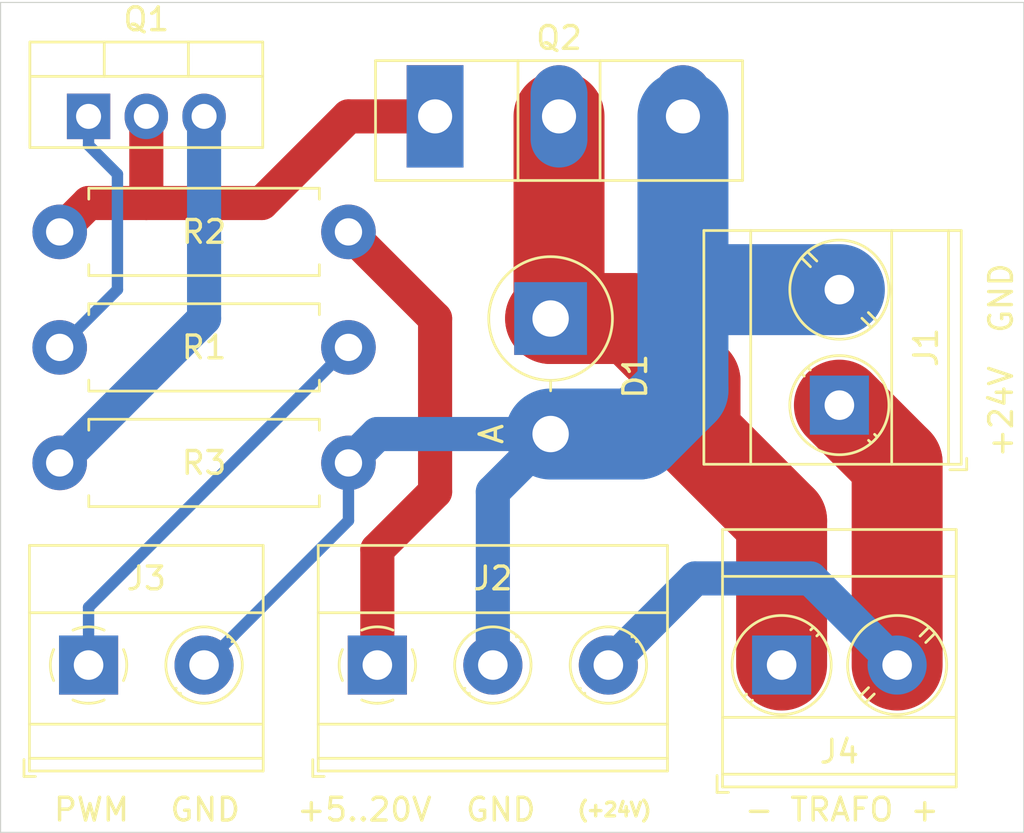
<source format=kicad_pcb>
(kicad_pcb (version 20171130) (host pcbnew "(5.1.2)-1")

  (general
    (thickness 1.6)
    (drawings 12)
    (tracks 43)
    (zones 0)
    (modules 10)
    (nets 9)
  )

  (page A4)
  (layers
    (0 F.Cu signal)
    (31 B.Cu signal)
    (32 B.Adhes user)
    (33 F.Adhes user)
    (34 B.Paste user)
    (35 F.Paste user)
    (36 B.SilkS user)
    (37 F.SilkS user)
    (38 B.Mask user)
    (39 F.Mask user)
    (40 Dwgs.User user)
    (41 Cmts.User user)
    (42 Eco1.User user)
    (43 Eco2.User user)
    (44 Edge.Cuts user)
    (45 Margin user)
    (46 B.CrtYd user)
    (47 F.CrtYd user)
    (48 B.Fab user)
    (49 F.Fab user)
  )

  (setup
    (last_trace_width 0.25)
    (trace_clearance 0.2)
    (zone_clearance 0.508)
    (zone_45_only no)
    (trace_min 0.25)
    (via_size 0.8)
    (via_drill 0.4)
    (via_min_size 0.4)
    (via_min_drill 0.3)
    (uvia_size 0.3)
    (uvia_drill 0.1)
    (uvias_allowed no)
    (uvia_min_size 0.2)
    (uvia_min_drill 0.1)
    (edge_width 0.05)
    (segment_width 0.2)
    (pcb_text_width 0.3)
    (pcb_text_size 1.5 1.5)
    (mod_edge_width 0.12)
    (mod_text_size 1 1)
    (mod_text_width 0.15)
    (pad_size 3.2 3.2)
    (pad_drill 1.6)
    (pad_to_mask_clearance 0.051)
    (solder_mask_min_width 0.25)
    (aux_axis_origin 0 0)
    (visible_elements 7FFFFFFF)
    (pcbplotparams
      (layerselection 0x010fc_ffffffff)
      (usegerberextensions false)
      (usegerberattributes false)
      (usegerberadvancedattributes false)
      (creategerberjobfile false)
      (excludeedgelayer true)
      (linewidth 0.100000)
      (plotframeref false)
      (viasonmask false)
      (mode 1)
      (useauxorigin false)
      (hpglpennumber 1)
      (hpglpenspeed 20)
      (hpglpendiameter 15.000000)
      (psnegative false)
      (psa4output false)
      (plotreference true)
      (plotvalue true)
      (plotinvisibletext false)
      (padsonsilk false)
      (subtractmaskfromsilk false)
      (outputformat 1)
      (mirror false)
      (drillshape 1)
      (scaleselection 1)
      (outputdirectory ""))
  )

  (net 0 "")
  (net 1 "Net-(D1-Pad1)")
  (net 2 GND)
  (net 3 +24V)
  (net 4 +12V)
  (net 5 "Net-(J3-Pad1)")
  (net 6 "Net-(Q1-Pad1)")
  (net 7 "Net-(Q1-Pad2)")
  (net 8 "Net-(Q1-Pad3)")

  (net_class Default "Dies ist die voreingestellte Netzklasse."
    (clearance 0.2)
    (trace_width 0.25)
    (via_dia 0.8)
    (via_drill 0.4)
    (uvia_dia 0.3)
    (uvia_drill 0.1)
    (add_net +12V)
    (add_net +24V)
    (add_net GND)
    (add_net "Net-(D1-Pad1)")
    (add_net "Net-(J3-Pad1)")
    (add_net "Net-(Q1-Pad1)")
    (add_net "Net-(Q1-Pad2)")
    (add_net "Net-(Q1-Pad3)")
  )

  (module Resistor_THT:R_Axial_DIN0411_L9.9mm_D3.6mm_P12.70mm_Horizontal (layer F.Cu) (tedit 5AE5139B) (tstamp 5E43FF75)
    (at 101.6 95.25)
    (descr "Resistor, Axial_DIN0411 series, Axial, Horizontal, pin pitch=12.7mm, 1W, length*diameter=9.9*3.6mm^2")
    (tags "Resistor Axial_DIN0411 series Axial Horizontal pin pitch 12.7mm 1W length 9.9mm diameter 3.6mm")
    (path /5E47E572)
    (fp_text reference R3 (at 6.35 0) (layer F.SilkS)
      (effects (font (size 1 1) (thickness 0.15)))
    )
    (fp_text value 4R7 (at 6.35 1.27) (layer F.Fab)
      (effects (font (size 1 1) (thickness 0.15)))
    )
    (fp_text user %R (at 6.35 0) (layer F.Fab)
      (effects (font (size 1 1) (thickness 0.15)))
    )
    (fp_line (start 14.15 -2.05) (end -1.45 -2.05) (layer F.CrtYd) (width 0.05))
    (fp_line (start 14.15 2.05) (end 14.15 -2.05) (layer F.CrtYd) (width 0.05))
    (fp_line (start -1.45 2.05) (end 14.15 2.05) (layer F.CrtYd) (width 0.05))
    (fp_line (start -1.45 -2.05) (end -1.45 2.05) (layer F.CrtYd) (width 0.05))
    (fp_line (start 11.42 1.92) (end 11.42 1.44) (layer F.SilkS) (width 0.12))
    (fp_line (start 1.28 1.92) (end 11.42 1.92) (layer F.SilkS) (width 0.12))
    (fp_line (start 1.28 1.44) (end 1.28 1.92) (layer F.SilkS) (width 0.12))
    (fp_line (start 11.42 -1.92) (end 11.42 -1.44) (layer F.SilkS) (width 0.12))
    (fp_line (start 1.28 -1.92) (end 11.42 -1.92) (layer F.SilkS) (width 0.12))
    (fp_line (start 1.28 -1.44) (end 1.28 -1.92) (layer F.SilkS) (width 0.12))
    (fp_line (start 12.7 0) (end 11.3 0) (layer F.Fab) (width 0.1))
    (fp_line (start 0 0) (end 1.4 0) (layer F.Fab) (width 0.1))
    (fp_line (start 11.3 -1.8) (end 1.4 -1.8) (layer F.Fab) (width 0.1))
    (fp_line (start 11.3 1.8) (end 11.3 -1.8) (layer F.Fab) (width 0.1))
    (fp_line (start 1.4 1.8) (end 11.3 1.8) (layer F.Fab) (width 0.1))
    (fp_line (start 1.4 -1.8) (end 1.4 1.8) (layer F.Fab) (width 0.1))
    (pad 2 thru_hole oval (at 12.7 0) (size 2.4 2.4) (drill 1.2) (layers *.Cu *.Mask)
      (net 2 GND))
    (pad 1 thru_hole circle (at 0 0) (size 2.4 2.4) (drill 1.2) (layers *.Cu *.Mask)
      (net 8 "Net-(Q1-Pad3)"))
    (model ${KISYS3DMOD}/Resistor_THT.3dshapes/R_Axial_DIN0411_L9.9mm_D3.6mm_P12.70mm_Horizontal.wrl
      (at (xyz 0 0 0))
      (scale (xyz 1 1 1))
      (rotate (xyz 0 0 0))
    )
  )

  (module Resistor_THT:R_Axial_DIN0411_L9.9mm_D3.6mm_P12.70mm_Horizontal (layer F.Cu) (tedit 5AE5139B) (tstamp 5E43B4CF)
    (at 101.6 90.17)
    (descr "Resistor, Axial_DIN0411 series, Axial, Horizontal, pin pitch=12.7mm, 1W, length*diameter=9.9*3.6mm^2")
    (tags "Resistor Axial_DIN0411 series Axial Horizontal pin pitch 12.7mm 1W length 9.9mm diameter 3.6mm")
    (path /5E42AE96)
    (fp_text reference R1 (at 6.35 0) (layer F.SilkS)
      (effects (font (size 1 1) (thickness 0.15)))
    )
    (fp_text value 330R (at 6.35 1.27) (layer F.Fab)
      (effects (font (size 1 1) (thickness 0.15)))
    )
    (fp_text user %R (at 6.35 0) (layer F.Fab)
      (effects (font (size 1 1) (thickness 0.15)))
    )
    (fp_line (start 14.15 -2.05) (end -1.45 -2.05) (layer F.CrtYd) (width 0.05))
    (fp_line (start 14.15 2.05) (end 14.15 -2.05) (layer F.CrtYd) (width 0.05))
    (fp_line (start -1.45 2.05) (end 14.15 2.05) (layer F.CrtYd) (width 0.05))
    (fp_line (start -1.45 -2.05) (end -1.45 2.05) (layer F.CrtYd) (width 0.05))
    (fp_line (start 11.42 1.92) (end 11.42 1.44) (layer F.SilkS) (width 0.12))
    (fp_line (start 1.28 1.92) (end 11.42 1.92) (layer F.SilkS) (width 0.12))
    (fp_line (start 1.28 1.44) (end 1.28 1.92) (layer F.SilkS) (width 0.12))
    (fp_line (start 11.42 -1.92) (end 11.42 -1.44) (layer F.SilkS) (width 0.12))
    (fp_line (start 1.28 -1.92) (end 11.42 -1.92) (layer F.SilkS) (width 0.12))
    (fp_line (start 1.28 -1.44) (end 1.28 -1.92) (layer F.SilkS) (width 0.12))
    (fp_line (start 12.7 0) (end 11.3 0) (layer F.Fab) (width 0.1))
    (fp_line (start 0 0) (end 1.4 0) (layer F.Fab) (width 0.1))
    (fp_line (start 11.3 -1.8) (end 1.4 -1.8) (layer F.Fab) (width 0.1))
    (fp_line (start 11.3 1.8) (end 11.3 -1.8) (layer F.Fab) (width 0.1))
    (fp_line (start 1.4 1.8) (end 11.3 1.8) (layer F.Fab) (width 0.1))
    (fp_line (start 1.4 -1.8) (end 1.4 1.8) (layer F.Fab) (width 0.1))
    (pad 2 thru_hole oval (at 12.7 0) (size 2.4 2.4) (drill 1.2) (layers *.Cu *.Mask)
      (net 5 "Net-(J3-Pad1)"))
    (pad 1 thru_hole circle (at 0 0) (size 2.4 2.4) (drill 1.2) (layers *.Cu *.Mask)
      (net 6 "Net-(Q1-Pad1)"))
    (model ${KISYS3DMOD}/Resistor_THT.3dshapes/R_Axial_DIN0411_L9.9mm_D3.6mm_P12.70mm_Horizontal.wrl
      (at (xyz 0 0 0))
      (scale (xyz 1 1 1))
      (rotate (xyz 0 0 0))
    )
  )

  (module TerminalBlock_Phoenix:TerminalBlock_Phoenix_MKDS-1,5-2-5.08_1x02_P5.08mm_Horizontal (layer F.Cu) (tedit 5B294EBC) (tstamp 5E43B45A)
    (at 102.87 104.14)
    (descr "Terminal Block Phoenix MKDS-1,5-2-5.08, 2 pins, pitch 5.08mm, size 10.2x9.8mm^2, drill diamater 1.3mm, pad diameter 2.6mm, see http://www.farnell.com/datasheets/100425.pdf, script-generated using https://github.com/pointhi/kicad-footprint-generator/scripts/TerminalBlock_Phoenix")
    (tags "THT Terminal Block Phoenix MKDS-1,5-2-5.08 pitch 5.08mm size 10.2x9.8mm^2 drill 1.3mm pad 2.6mm")
    (path /5E431FCB)
    (fp_text reference J3 (at 2.54 -3.81) (layer F.SilkS)
      (effects (font (size 1 1) (thickness 0.15)))
    )
    (fp_text value "PWM IN" (at 2.54 5.66) (layer F.Fab)
      (effects (font (size 1 1) (thickness 0.15)))
    )
    (fp_text user %R (at 2.54 3.2) (layer F.Fab)
      (effects (font (size 1 1) (thickness 0.15)))
    )
    (fp_line (start 8.13 -5.71) (end -3.04 -5.71) (layer F.CrtYd) (width 0.05))
    (fp_line (start 8.13 5.1) (end 8.13 -5.71) (layer F.CrtYd) (width 0.05))
    (fp_line (start -3.04 5.1) (end 8.13 5.1) (layer F.CrtYd) (width 0.05))
    (fp_line (start -3.04 -5.71) (end -3.04 5.1) (layer F.CrtYd) (width 0.05))
    (fp_line (start -2.84 4.9) (end -2.34 4.9) (layer F.SilkS) (width 0.12))
    (fp_line (start -2.84 4.16) (end -2.84 4.9) (layer F.SilkS) (width 0.12))
    (fp_line (start 3.853 1.023) (end 3.806 1.069) (layer F.SilkS) (width 0.12))
    (fp_line (start 6.15 -1.275) (end 6.115 -1.239) (layer F.SilkS) (width 0.12))
    (fp_line (start 4.046 1.239) (end 4.011 1.274) (layer F.SilkS) (width 0.12))
    (fp_line (start 6.355 -1.069) (end 6.308 -1.023) (layer F.SilkS) (width 0.12))
    (fp_line (start 6.035 -1.138) (end 3.943 0.955) (layer F.Fab) (width 0.1))
    (fp_line (start 6.218 -0.955) (end 4.126 1.138) (layer F.Fab) (width 0.1))
    (fp_line (start 0.955 -1.138) (end -1.138 0.955) (layer F.Fab) (width 0.1))
    (fp_line (start 1.138 -0.955) (end -0.955 1.138) (layer F.Fab) (width 0.1))
    (fp_line (start 7.68 -5.261) (end 7.68 4.66) (layer F.SilkS) (width 0.12))
    (fp_line (start -2.6 -5.261) (end -2.6 4.66) (layer F.SilkS) (width 0.12))
    (fp_line (start -2.6 4.66) (end 7.68 4.66) (layer F.SilkS) (width 0.12))
    (fp_line (start -2.6 -5.261) (end 7.68 -5.261) (layer F.SilkS) (width 0.12))
    (fp_line (start -2.6 -2.301) (end 7.68 -2.301) (layer F.SilkS) (width 0.12))
    (fp_line (start -2.54 -2.3) (end 7.62 -2.3) (layer F.Fab) (width 0.1))
    (fp_line (start -2.6 2.6) (end 7.68 2.6) (layer F.SilkS) (width 0.12))
    (fp_line (start -2.54 2.6) (end 7.62 2.6) (layer F.Fab) (width 0.1))
    (fp_line (start -2.6 4.1) (end 7.68 4.1) (layer F.SilkS) (width 0.12))
    (fp_line (start -2.54 4.1) (end 7.62 4.1) (layer F.Fab) (width 0.1))
    (fp_line (start -2.54 4.1) (end -2.54 -5.2) (layer F.Fab) (width 0.1))
    (fp_line (start -2.04 4.6) (end -2.54 4.1) (layer F.Fab) (width 0.1))
    (fp_line (start 7.62 4.6) (end -2.04 4.6) (layer F.Fab) (width 0.1))
    (fp_line (start 7.62 -5.2) (end 7.62 4.6) (layer F.Fab) (width 0.1))
    (fp_line (start -2.54 -5.2) (end 7.62 -5.2) (layer F.Fab) (width 0.1))
    (fp_circle (center 5.08 0) (end 6.76 0) (layer F.SilkS) (width 0.12))
    (fp_circle (center 5.08 0) (end 6.58 0) (layer F.Fab) (width 0.1))
    (fp_circle (center 0 0) (end 1.5 0) (layer F.Fab) (width 0.1))
    (fp_arc (start 0 0) (end -0.684 1.535) (angle -25) (layer F.SilkS) (width 0.12))
    (fp_arc (start 0 0) (end -1.535 -0.684) (angle -48) (layer F.SilkS) (width 0.12))
    (fp_arc (start 0 0) (end 0.684 -1.535) (angle -48) (layer F.SilkS) (width 0.12))
    (fp_arc (start 0 0) (end 1.535 0.684) (angle -48) (layer F.SilkS) (width 0.12))
    (fp_arc (start 0 0) (end 0 1.68) (angle -24) (layer F.SilkS) (width 0.12))
    (pad 2 thru_hole circle (at 5.08 0) (size 2.6 2.6) (drill 1.3) (layers *.Cu *.Mask)
      (net 2 GND))
    (pad 1 thru_hole rect (at 0 0) (size 2.6 2.6) (drill 1.3) (layers *.Cu *.Mask)
      (net 5 "Net-(J3-Pad1)"))
    (model ${KISYS3DMOD}/TerminalBlock_Phoenix.3dshapes/TerminalBlock_Phoenix_MKDS-1,5-2-5.08_1x02_P5.08mm_Horizontal.wrl
      (at (xyz 0 0 0))
      (scale (xyz 1 1 1))
      (rotate (xyz 0 0 0))
    )
  )

  (module Diode_THT:D_DO-201AD_P5.08mm_Vertical_AnodeUp (layer F.Cu) (tedit 5AE50CD5) (tstamp 5E43B3D6)
    (at 123.19 88.9 270)
    (descr "Diode, DO-201AD series, Axial, Vertical, pin pitch=5.08mm, , length*diameter=9.5*5.2mm^2, , http://www.diodes.com/_files/packages/DO-201AD.pdf")
    (tags "Diode DO-201AD series Axial Vertical pin pitch 5.08mm  length 9.5mm diameter 5.2mm")
    (path /5E42B65A)
    (fp_text reference D1 (at 2.54 -3.72 90) (layer F.SilkS)
      (effects (font (size 1 1) (thickness 0.15)))
    )
    (fp_text value UF4007 (at 2.54 5.498 90) (layer F.Fab)
      (effects (font (size 1 1) (thickness 0.15)))
    )
    (fp_text user A (at 5.08 2.6 90) (layer F.SilkS)
      (effects (font (size 1 1) (thickness 0.15)))
    )
    (fp_text user A (at 5.08 2.6 90) (layer F.Fab)
      (effects (font (size 1 1) (thickness 0.15)))
    )
    (fp_text user %R (at 2.54 -3.72 90) (layer F.Fab)
      (effects (font (size 1 1) (thickness 0.15)))
    )
    (fp_line (start 6.93 -2.85) (end -2.85 -2.85) (layer F.CrtYd) (width 0.05))
    (fp_line (start 6.93 2.85) (end 6.93 -2.85) (layer F.CrtYd) (width 0.05))
    (fp_line (start -2.85 2.85) (end 6.93 2.85) (layer F.CrtYd) (width 0.05))
    (fp_line (start -2.85 -2.85) (end -2.85 2.85) (layer F.CrtYd) (width 0.05))
    (fp_line (start 2.72 0) (end 3.18 0) (layer F.SilkS) (width 0.12))
    (fp_line (start 0 0) (end 5.08 0) (layer F.Fab) (width 0.1))
    (fp_circle (center 0 0) (end 2.72 0) (layer F.SilkS) (width 0.12))
    (fp_circle (center 0 0) (end 2.6 0) (layer F.Fab) (width 0.1))
    (pad 2 thru_hole oval (at 5.08 0 270) (size 3.2 3.2) (drill 1.6) (layers *.Cu *.Mask)
      (net 2 GND))
    (pad 1 thru_hole rect (at 0 0 270) (size 3.2 3.2) (drill 1.6) (layers *.Cu *.Mask)
      (net 1 "Net-(D1-Pad1)"))
    (model ${KISYS3DMOD}/Diode_THT.3dshapes/D_DO-201AD_P5.08mm_Vertical_AnodeUp.wrl
      (at (xyz 0 0 0))
      (scale (xyz 1 1 1))
      (rotate (xyz 0 0 0))
    )
  )

  (module Package_TO_SOT_THT:TO-247-3_Vertical (layer F.Cu) (tedit 5AC86DC3) (tstamp 5E43B4B8)
    (at 118.11 80.01)
    (descr "TO-247-3, Vertical, RM 5.45mm, see https://toshiba.semicon-storage.com/us/product/mosfet/to-247-4l.html")
    (tags "TO-247-3 Vertical RM 5.45mm")
    (path /5E42CB8F)
    (fp_text reference Q2 (at 5.45 -3.45) (layer F.SilkS)
      (effects (font (size 1 1) (thickness 0.15)))
    )
    (fp_text value IPW60 (at 5.45 3.95) (layer F.Fab)
      (effects (font (size 1 1) (thickness 0.15)))
    )
    (fp_text user %R (at 5.45 -3.45) (layer F.Fab)
      (effects (font (size 1 1) (thickness 0.15)))
    )
    (fp_line (start 13.65 -2.59) (end -2.75 -2.59) (layer F.CrtYd) (width 0.05))
    (fp_line (start 13.65 2.95) (end 13.65 -2.59) (layer F.CrtYd) (width 0.05))
    (fp_line (start -2.75 2.95) (end 13.65 2.95) (layer F.CrtYd) (width 0.05))
    (fp_line (start -2.75 -2.59) (end -2.75 2.95) (layer F.CrtYd) (width 0.05))
    (fp_line (start 7.255 -2.451) (end 7.255 2.82) (layer F.SilkS) (width 0.12))
    (fp_line (start 3.646 -2.451) (end 3.646 2.82) (layer F.SilkS) (width 0.12))
    (fp_line (start 13.52 -2.451) (end 13.52 2.82) (layer F.SilkS) (width 0.12))
    (fp_line (start -2.62 -2.451) (end -2.62 2.82) (layer F.SilkS) (width 0.12))
    (fp_line (start -2.62 2.82) (end 13.52 2.82) (layer F.SilkS) (width 0.12))
    (fp_line (start -2.62 -2.451) (end 13.52 -2.451) (layer F.SilkS) (width 0.12))
    (fp_line (start 7.255 -2.33) (end 7.255 2.7) (layer F.Fab) (width 0.1))
    (fp_line (start 3.645 -2.33) (end 3.645 2.7) (layer F.Fab) (width 0.1))
    (fp_line (start 13.4 -2.33) (end -2.5 -2.33) (layer F.Fab) (width 0.1))
    (fp_line (start 13.4 2.7) (end 13.4 -2.33) (layer F.Fab) (width 0.1))
    (fp_line (start -2.5 2.7) (end 13.4 2.7) (layer F.Fab) (width 0.1))
    (fp_line (start -2.5 -2.33) (end -2.5 2.7) (layer F.Fab) (width 0.1))
    (pad 3 thru_hole oval (at 10.9 0) (size 2.5 4.5) (drill 1.5) (layers *.Cu *.Mask)
      (net 2 GND))
    (pad 2 thru_hole oval (at 5.45 0) (size 2.5 4.5) (drill 1.5) (layers *.Cu *.Mask)
      (net 1 "Net-(D1-Pad1)"))
    (pad 1 thru_hole rect (at 0 0) (size 2.5 4.5) (drill 1.5) (layers *.Cu *.Mask)
      (net 7 "Net-(Q1-Pad2)"))
    (model ${KISYS3DMOD}/Package_TO_SOT_THT.3dshapes/TO-247-3_Vertical.wrl
      (at (xyz 0 0 0))
      (scale (xyz 1 1 1))
      (rotate (xyz 0 0 0))
    )
  )

  (module TerminalBlock_Phoenix:TerminalBlock_Phoenix_MKDS-3-2-5.08_1x02_P5.08mm_Horizontal (layer F.Cu) (tedit 5B294F11) (tstamp 5E43B402)
    (at 135.89 92.71 90)
    (descr "Terminal Block Phoenix MKDS-3-2-5.08, 2 pins, pitch 5.08mm, size 10.2x11.2mm^2, drill diamater 1.3mm, pad diameter 2.6mm, see http://www.farnell.com/datasheets/2138224.pdf, script-generated using https://github.com/pointhi/kicad-footprint-generator/scripts/TerminalBlock_Phoenix")
    (tags "THT Terminal Block Phoenix MKDS-3-2-5.08 pitch 5.08mm size 10.2x11.2mm^2 drill 1.3mm pad 2.6mm")
    (path /5E430B4F)
    (fp_text reference J1 (at 2.54 3.81 90) (layer F.SilkS)
      (effects (font (size 1 1) (thickness 0.15)))
    )
    (fp_text value +24V (at 2.54 6.36 90) (layer F.Fab)
      (effects (font (size 1 1) (thickness 0.15)))
    )
    (fp_text user %R (at 2.54 3.1 90) (layer F.Fab)
      (effects (font (size 1 1) (thickness 0.15)))
    )
    (fp_line (start 8.13 -6.4) (end -3.04 -6.4) (layer F.CrtYd) (width 0.05))
    (fp_line (start 8.13 5.8) (end 8.13 -6.4) (layer F.CrtYd) (width 0.05))
    (fp_line (start -3.04 5.8) (end 8.13 5.8) (layer F.CrtYd) (width 0.05))
    (fp_line (start -3.04 -6.4) (end -3.04 5.8) (layer F.CrtYd) (width 0.05))
    (fp_line (start -2.84 5.6) (end -2.34 5.6) (layer F.SilkS) (width 0.12))
    (fp_line (start -2.84 4.86) (end -2.84 5.6) (layer F.SilkS) (width 0.12))
    (fp_line (start 3.822 0.992) (end 3.427 1.388) (layer F.SilkS) (width 0.12))
    (fp_line (start 6.468 -1.654) (end 6.088 -1.274) (layer F.SilkS) (width 0.12))
    (fp_line (start 4.073 1.274) (end 3.693 1.654) (layer F.SilkS) (width 0.12))
    (fp_line (start 6.734 -1.388) (end 6.339 -0.992) (layer F.SilkS) (width 0.12))
    (fp_line (start 6.353 -1.517) (end 3.564 1.273) (layer F.Fab) (width 0.1))
    (fp_line (start 6.597 -1.273) (end 3.808 1.517) (layer F.Fab) (width 0.1))
    (fp_line (start -1.548 1.281) (end -1.654 1.388) (layer F.SilkS) (width 0.12))
    (fp_line (start 1.388 -1.654) (end 1.281 -1.547) (layer F.SilkS) (width 0.12))
    (fp_line (start -1.282 1.547) (end -1.388 1.654) (layer F.SilkS) (width 0.12))
    (fp_line (start 1.654 -1.388) (end 1.547 -1.281) (layer F.SilkS) (width 0.12))
    (fp_line (start 1.273 -1.517) (end -1.517 1.273) (layer F.Fab) (width 0.1))
    (fp_line (start 1.517 -1.273) (end -1.273 1.517) (layer F.Fab) (width 0.1))
    (fp_line (start 7.68 -5.96) (end 7.68 5.36) (layer F.SilkS) (width 0.12))
    (fp_line (start -2.6 -5.96) (end -2.6 5.36) (layer F.SilkS) (width 0.12))
    (fp_line (start -2.6 5.36) (end 7.68 5.36) (layer F.SilkS) (width 0.12))
    (fp_line (start -2.6 -5.96) (end 7.68 -5.96) (layer F.SilkS) (width 0.12))
    (fp_line (start -2.6 -3.9) (end 7.68 -3.9) (layer F.SilkS) (width 0.12))
    (fp_line (start -2.54 -3.9) (end 7.62 -3.9) (layer F.Fab) (width 0.1))
    (fp_line (start -2.6 2.3) (end 7.68 2.3) (layer F.SilkS) (width 0.12))
    (fp_line (start -2.54 2.3) (end 7.62 2.3) (layer F.Fab) (width 0.1))
    (fp_line (start -2.6 4.8) (end 7.68 4.8) (layer F.SilkS) (width 0.12))
    (fp_line (start -2.54 4.8) (end 7.62 4.8) (layer F.Fab) (width 0.1))
    (fp_line (start -2.54 4.8) (end -2.54 -5.9) (layer F.Fab) (width 0.1))
    (fp_line (start -2.04 5.3) (end -2.54 4.8) (layer F.Fab) (width 0.1))
    (fp_line (start 7.62 5.3) (end -2.04 5.3) (layer F.Fab) (width 0.1))
    (fp_line (start 7.62 -5.9) (end 7.62 5.3) (layer F.Fab) (width 0.1))
    (fp_line (start -2.54 -5.9) (end 7.62 -5.9) (layer F.Fab) (width 0.1))
    (fp_circle (center 5.08 0) (end 7.26 0) (layer F.SilkS) (width 0.12))
    (fp_circle (center 5.08 0) (end 7.08 0) (layer F.Fab) (width 0.1))
    (fp_circle (center 0 0) (end 2.18 0) (layer F.SilkS) (width 0.12))
    (fp_circle (center 0 0) (end 2 0) (layer F.Fab) (width 0.1))
    (pad 2 thru_hole circle (at 5.08 0 90) (size 2.6 2.6) (drill 1.3) (layers *.Cu *.Mask)
      (net 2 GND))
    (pad 1 thru_hole rect (at 0 0 90) (size 2.6 2.6) (drill 1.3) (layers *.Cu *.Mask)
      (net 3 +24V))
    (model ${KISYS3DMOD}/TerminalBlock_Phoenix.3dshapes/TerminalBlock_Phoenix_MKDS-3-2-5.08_1x02_P5.08mm_Horizontal.wrl
      (at (xyz 0 0 0))
      (scale (xyz 1 1 1))
      (rotate (xyz 0 0 0))
    )
  )

  (module TerminalBlock_Phoenix:TerminalBlock_Phoenix_MKDS-3-2-5.08_1x02_P5.08mm_Horizontal (layer F.Cu) (tedit 5B294F11) (tstamp 5E43B486)
    (at 133.35 104.14)
    (descr "Terminal Block Phoenix MKDS-3-2-5.08, 2 pins, pitch 5.08mm, size 10.2x11.2mm^2, drill diamater 1.3mm, pad diameter 2.6mm, see http://www.farnell.com/datasheets/2138224.pdf, script-generated using https://github.com/pointhi/kicad-footprint-generator/scripts/TerminalBlock_Phoenix")
    (tags "THT Terminal Block Phoenix MKDS-3-2-5.08 pitch 5.08mm size 10.2x11.2mm^2 drill 1.3mm pad 2.6mm")
    (path /5E4319B9)
    (fp_text reference J4 (at 2.54 3.81) (layer F.SilkS)
      (effects (font (size 1 1) (thickness 0.15)))
    )
    (fp_text value TRAFO (at 2.54 6.36) (layer F.Fab)
      (effects (font (size 1 1) (thickness 0.15)))
    )
    (fp_text user %R (at 2.54 3.1) (layer F.Fab)
      (effects (font (size 1 1) (thickness 0.15)))
    )
    (fp_line (start 8.13 -6.4) (end -3.04 -6.4) (layer F.CrtYd) (width 0.05))
    (fp_line (start 8.13 5.8) (end 8.13 -6.4) (layer F.CrtYd) (width 0.05))
    (fp_line (start -3.04 5.8) (end 8.13 5.8) (layer F.CrtYd) (width 0.05))
    (fp_line (start -3.04 -6.4) (end -3.04 5.8) (layer F.CrtYd) (width 0.05))
    (fp_line (start -2.84 5.6) (end -2.34 5.6) (layer F.SilkS) (width 0.12))
    (fp_line (start -2.84 4.86) (end -2.84 5.6) (layer F.SilkS) (width 0.12))
    (fp_line (start 3.822 0.992) (end 3.427 1.388) (layer F.SilkS) (width 0.12))
    (fp_line (start 6.468 -1.654) (end 6.088 -1.274) (layer F.SilkS) (width 0.12))
    (fp_line (start 4.073 1.274) (end 3.693 1.654) (layer F.SilkS) (width 0.12))
    (fp_line (start 6.734 -1.388) (end 6.339 -0.992) (layer F.SilkS) (width 0.12))
    (fp_line (start 6.353 -1.517) (end 3.564 1.273) (layer F.Fab) (width 0.1))
    (fp_line (start 6.597 -1.273) (end 3.808 1.517) (layer F.Fab) (width 0.1))
    (fp_line (start -1.548 1.281) (end -1.654 1.388) (layer F.SilkS) (width 0.12))
    (fp_line (start 1.388 -1.654) (end 1.281 -1.547) (layer F.SilkS) (width 0.12))
    (fp_line (start -1.282 1.547) (end -1.388 1.654) (layer F.SilkS) (width 0.12))
    (fp_line (start 1.654 -1.388) (end 1.547 -1.281) (layer F.SilkS) (width 0.12))
    (fp_line (start 1.273 -1.517) (end -1.517 1.273) (layer F.Fab) (width 0.1))
    (fp_line (start 1.517 -1.273) (end -1.273 1.517) (layer F.Fab) (width 0.1))
    (fp_line (start 7.68 -5.96) (end 7.68 5.36) (layer F.SilkS) (width 0.12))
    (fp_line (start -2.6 -5.96) (end -2.6 5.36) (layer F.SilkS) (width 0.12))
    (fp_line (start -2.6 5.36) (end 7.68 5.36) (layer F.SilkS) (width 0.12))
    (fp_line (start -2.6 -5.96) (end 7.68 -5.96) (layer F.SilkS) (width 0.12))
    (fp_line (start -2.6 -3.9) (end 7.68 -3.9) (layer F.SilkS) (width 0.12))
    (fp_line (start -2.54 -3.9) (end 7.62 -3.9) (layer F.Fab) (width 0.1))
    (fp_line (start -2.6 2.3) (end 7.68 2.3) (layer F.SilkS) (width 0.12))
    (fp_line (start -2.54 2.3) (end 7.62 2.3) (layer F.Fab) (width 0.1))
    (fp_line (start -2.6 4.8) (end 7.68 4.8) (layer F.SilkS) (width 0.12))
    (fp_line (start -2.54 4.8) (end 7.62 4.8) (layer F.Fab) (width 0.1))
    (fp_line (start -2.54 4.8) (end -2.54 -5.9) (layer F.Fab) (width 0.1))
    (fp_line (start -2.04 5.3) (end -2.54 4.8) (layer F.Fab) (width 0.1))
    (fp_line (start 7.62 5.3) (end -2.04 5.3) (layer F.Fab) (width 0.1))
    (fp_line (start 7.62 -5.9) (end 7.62 5.3) (layer F.Fab) (width 0.1))
    (fp_line (start -2.54 -5.9) (end 7.62 -5.9) (layer F.Fab) (width 0.1))
    (fp_circle (center 5.08 0) (end 7.26 0) (layer F.SilkS) (width 0.12))
    (fp_circle (center 5.08 0) (end 7.08 0) (layer F.Fab) (width 0.1))
    (fp_circle (center 0 0) (end 2.18 0) (layer F.SilkS) (width 0.12))
    (fp_circle (center 0 0) (end 2 0) (layer F.Fab) (width 0.1))
    (pad 2 thru_hole circle (at 5.08 0) (size 2.6 2.6) (drill 1.3) (layers *.Cu *.Mask)
      (net 3 +24V))
    (pad 1 thru_hole rect (at 0 0) (size 2.6 2.6) (drill 1.3) (layers *.Cu *.Mask)
      (net 1 "Net-(D1-Pad1)"))
    (model ${KISYS3DMOD}/TerminalBlock_Phoenix.3dshapes/TerminalBlock_Phoenix_MKDS-3-2-5.08_1x02_P5.08mm_Horizontal.wrl
      (at (xyz 0 0 0))
      (scale (xyz 1 1 1))
      (rotate (xyz 0 0 0))
    )
  )

  (module Package_TO_SOT_THT:TO-220-3_Vertical (layer F.Cu) (tedit 5AC8BA0D) (tstamp 5E43B4A0)
    (at 102.87 80.01)
    (descr "TO-220-3, Vertical, RM 2.54mm, see https://www.vishay.com/docs/66542/to-220-1.pdf")
    (tags "TO-220-3 Vertical RM 2.54mm")
    (path /5E42A30A)
    (fp_text reference Q1 (at 2.54 -4.27) (layer F.SilkS)
      (effects (font (size 1 1) (thickness 0.15)))
    )
    (fp_text value TIP41C (at 2.54 2.5) (layer F.Fab)
      (effects (font (size 1 1) (thickness 0.15)))
    )
    (fp_line (start -2.46 -3.15) (end -2.46 1.25) (layer F.Fab) (width 0.1))
    (fp_line (start -2.46 1.25) (end 7.54 1.25) (layer F.Fab) (width 0.1))
    (fp_line (start 7.54 1.25) (end 7.54 -3.15) (layer F.Fab) (width 0.1))
    (fp_line (start 7.54 -3.15) (end -2.46 -3.15) (layer F.Fab) (width 0.1))
    (fp_line (start -2.46 -1.88) (end 7.54 -1.88) (layer F.Fab) (width 0.1))
    (fp_line (start 0.69 -3.15) (end 0.69 -1.88) (layer F.Fab) (width 0.1))
    (fp_line (start 4.39 -3.15) (end 4.39 -1.88) (layer F.Fab) (width 0.1))
    (fp_line (start -2.58 -3.27) (end 7.66 -3.27) (layer F.SilkS) (width 0.12))
    (fp_line (start -2.58 1.371) (end 7.66 1.371) (layer F.SilkS) (width 0.12))
    (fp_line (start -2.58 -3.27) (end -2.58 1.371) (layer F.SilkS) (width 0.12))
    (fp_line (start 7.66 -3.27) (end 7.66 1.371) (layer F.SilkS) (width 0.12))
    (fp_line (start -2.58 -1.76) (end 7.66 -1.76) (layer F.SilkS) (width 0.12))
    (fp_line (start 0.69 -3.27) (end 0.69 -1.76) (layer F.SilkS) (width 0.12))
    (fp_line (start 4.391 -3.27) (end 4.391 -1.76) (layer F.SilkS) (width 0.12))
    (fp_line (start -2.71 -3.4) (end -2.71 1.51) (layer F.CrtYd) (width 0.05))
    (fp_line (start -2.71 1.51) (end 7.79 1.51) (layer F.CrtYd) (width 0.05))
    (fp_line (start 7.79 1.51) (end 7.79 -3.4) (layer F.CrtYd) (width 0.05))
    (fp_line (start 7.79 -3.4) (end -2.71 -3.4) (layer F.CrtYd) (width 0.05))
    (fp_text user %R (at 2.54 -4.27) (layer F.Fab)
      (effects (font (size 1 1) (thickness 0.15)))
    )
    (pad 1 thru_hole rect (at 0 0) (size 1.905 2) (drill 1.1) (layers *.Cu *.Mask)
      (net 6 "Net-(Q1-Pad1)"))
    (pad 2 thru_hole oval (at 2.54 0) (size 1.905 2) (drill 1.1) (layers *.Cu *.Mask)
      (net 7 "Net-(Q1-Pad2)"))
    (pad 3 thru_hole oval (at 5.08 0) (size 1.905 2) (drill 1.1) (layers *.Cu *.Mask)
      (net 8 "Net-(Q1-Pad3)"))
    (model ${KISYS3DMOD}/Package_TO_SOT_THT.3dshapes/TO-220-3_Vertical.wrl
      (at (xyz 0 0 0))
      (scale (xyz 1 1 1))
      (rotate (xyz 0 0 0))
    )
  )

  (module Resistor_THT:R_Axial_DIN0411_L9.9mm_D3.6mm_P12.70mm_Horizontal (layer F.Cu) (tedit 5AE5139B) (tstamp 5E43B4E6)
    (at 114.3 85.09 180)
    (descr "Resistor, Axial_DIN0411 series, Axial, Horizontal, pin pitch=12.7mm, 1W, length*diameter=9.9*3.6mm^2")
    (tags "Resistor Axial_DIN0411 series Axial Horizontal pin pitch 12.7mm 1W length 9.9mm diameter 3.6mm")
    (path /5E42AA9D)
    (fp_text reference R2 (at 6.35 0) (layer F.SilkS)
      (effects (font (size 1 1) (thickness 0.15)))
    )
    (fp_text value 47R (at 6.35 -1.27) (layer F.Fab)
      (effects (font (size 1 1) (thickness 0.15)))
    )
    (fp_line (start 1.4 -1.8) (end 1.4 1.8) (layer F.Fab) (width 0.1))
    (fp_line (start 1.4 1.8) (end 11.3 1.8) (layer F.Fab) (width 0.1))
    (fp_line (start 11.3 1.8) (end 11.3 -1.8) (layer F.Fab) (width 0.1))
    (fp_line (start 11.3 -1.8) (end 1.4 -1.8) (layer F.Fab) (width 0.1))
    (fp_line (start 0 0) (end 1.4 0) (layer F.Fab) (width 0.1))
    (fp_line (start 12.7 0) (end 11.3 0) (layer F.Fab) (width 0.1))
    (fp_line (start 1.28 -1.44) (end 1.28 -1.92) (layer F.SilkS) (width 0.12))
    (fp_line (start 1.28 -1.92) (end 11.42 -1.92) (layer F.SilkS) (width 0.12))
    (fp_line (start 11.42 -1.92) (end 11.42 -1.44) (layer F.SilkS) (width 0.12))
    (fp_line (start 1.28 1.44) (end 1.28 1.92) (layer F.SilkS) (width 0.12))
    (fp_line (start 1.28 1.92) (end 11.42 1.92) (layer F.SilkS) (width 0.12))
    (fp_line (start 11.42 1.92) (end 11.42 1.44) (layer F.SilkS) (width 0.12))
    (fp_line (start -1.45 -2.05) (end -1.45 2.05) (layer F.CrtYd) (width 0.05))
    (fp_line (start -1.45 2.05) (end 14.15 2.05) (layer F.CrtYd) (width 0.05))
    (fp_line (start 14.15 2.05) (end 14.15 -2.05) (layer F.CrtYd) (width 0.05))
    (fp_line (start 14.15 -2.05) (end -1.45 -2.05) (layer F.CrtYd) (width 0.05))
    (fp_text user %R (at 6.35 0) (layer F.Fab)
      (effects (font (size 1 1) (thickness 0.15)))
    )
    (pad 1 thru_hole circle (at 0 0 180) (size 2.4 2.4) (drill 1.2) (layers *.Cu *.Mask)
      (net 4 +12V))
    (pad 2 thru_hole oval (at 12.7 0 180) (size 2.4 2.4) (drill 1.2) (layers *.Cu *.Mask)
      (net 7 "Net-(Q1-Pad2)"))
    (model ${KISYS3DMOD}/Resistor_THT.3dshapes/R_Axial_DIN0411_L9.9mm_D3.6mm_P12.70mm_Horizontal.wrl
      (at (xyz 0 0 0))
      (scale (xyz 1 1 1))
      (rotate (xyz 0 0 0))
    )
  )

  (module TerminalBlock_Phoenix:TerminalBlock_Phoenix_MKDS-1,5-3-5.08_1x03_P5.08mm_Horizontal (layer F.Cu) (tedit 5B294EBC) (tstamp 5E440439)
    (at 115.57 104.14)
    (descr "Terminal Block Phoenix MKDS-1,5-3-5.08, 3 pins, pitch 5.08mm, size 15.2x9.8mm^2, drill diamater 1.3mm, pad diameter 2.6mm, see http://www.farnell.com/datasheets/100425.pdf, script-generated using https://github.com/pointhi/kicad-footprint-generator/scripts/TerminalBlock_Phoenix")
    (tags "THT Terminal Block Phoenix MKDS-1,5-3-5.08 pitch 5.08mm size 15.2x9.8mm^2 drill 1.3mm pad 2.6mm")
    (path /5E486D69)
    (fp_text reference J2 (at 5.08 -3.81) (layer F.SilkS)
      (effects (font (size 1 1) (thickness 0.15)))
    )
    (fp_text value +5..20V (at 5.08 5.66) (layer F.Fab)
      (effects (font (size 1 1) (thickness 0.15)))
    )
    (fp_arc (start 0 0) (end 0 1.68) (angle -24) (layer F.SilkS) (width 0.12))
    (fp_arc (start 0 0) (end 1.535 0.684) (angle -48) (layer F.SilkS) (width 0.12))
    (fp_arc (start 0 0) (end 0.684 -1.535) (angle -48) (layer F.SilkS) (width 0.12))
    (fp_arc (start 0 0) (end -1.535 -0.684) (angle -48) (layer F.SilkS) (width 0.12))
    (fp_arc (start 0 0) (end -0.684 1.535) (angle -25) (layer F.SilkS) (width 0.12))
    (fp_circle (center 0 0) (end 1.5 0) (layer F.Fab) (width 0.1))
    (fp_circle (center 5.08 0) (end 6.58 0) (layer F.Fab) (width 0.1))
    (fp_circle (center 5.08 0) (end 6.76 0) (layer F.SilkS) (width 0.12))
    (fp_circle (center 10.16 0) (end 11.66 0) (layer F.Fab) (width 0.1))
    (fp_circle (center 10.16 0) (end 11.84 0) (layer F.SilkS) (width 0.12))
    (fp_line (start -2.54 -5.2) (end 12.7 -5.2) (layer F.Fab) (width 0.1))
    (fp_line (start 12.7 -5.2) (end 12.7 4.6) (layer F.Fab) (width 0.1))
    (fp_line (start 12.7 4.6) (end -2.04 4.6) (layer F.Fab) (width 0.1))
    (fp_line (start -2.04 4.6) (end -2.54 4.1) (layer F.Fab) (width 0.1))
    (fp_line (start -2.54 4.1) (end -2.54 -5.2) (layer F.Fab) (width 0.1))
    (fp_line (start -2.54 4.1) (end 12.7 4.1) (layer F.Fab) (width 0.1))
    (fp_line (start -2.6 4.1) (end 12.76 4.1) (layer F.SilkS) (width 0.12))
    (fp_line (start -2.54 2.6) (end 12.7 2.6) (layer F.Fab) (width 0.1))
    (fp_line (start -2.6 2.6) (end 12.76 2.6) (layer F.SilkS) (width 0.12))
    (fp_line (start -2.54 -2.3) (end 12.7 -2.3) (layer F.Fab) (width 0.1))
    (fp_line (start -2.6 -2.301) (end 12.76 -2.301) (layer F.SilkS) (width 0.12))
    (fp_line (start -2.6 -5.261) (end 12.76 -5.261) (layer F.SilkS) (width 0.12))
    (fp_line (start -2.6 4.66) (end 12.76 4.66) (layer F.SilkS) (width 0.12))
    (fp_line (start -2.6 -5.261) (end -2.6 4.66) (layer F.SilkS) (width 0.12))
    (fp_line (start 12.76 -5.261) (end 12.76 4.66) (layer F.SilkS) (width 0.12))
    (fp_line (start 1.138 -0.955) (end -0.955 1.138) (layer F.Fab) (width 0.1))
    (fp_line (start 0.955 -1.138) (end -1.138 0.955) (layer F.Fab) (width 0.1))
    (fp_line (start 6.218 -0.955) (end 4.126 1.138) (layer F.Fab) (width 0.1))
    (fp_line (start 6.035 -1.138) (end 3.943 0.955) (layer F.Fab) (width 0.1))
    (fp_line (start 6.355 -1.069) (end 6.308 -1.023) (layer F.SilkS) (width 0.12))
    (fp_line (start 4.046 1.239) (end 4.011 1.274) (layer F.SilkS) (width 0.12))
    (fp_line (start 6.15 -1.275) (end 6.115 -1.239) (layer F.SilkS) (width 0.12))
    (fp_line (start 3.853 1.023) (end 3.806 1.069) (layer F.SilkS) (width 0.12))
    (fp_line (start 11.298 -0.955) (end 9.206 1.138) (layer F.Fab) (width 0.1))
    (fp_line (start 11.115 -1.138) (end 9.023 0.955) (layer F.Fab) (width 0.1))
    (fp_line (start 11.435 -1.069) (end 11.388 -1.023) (layer F.SilkS) (width 0.12))
    (fp_line (start 9.126 1.239) (end 9.091 1.274) (layer F.SilkS) (width 0.12))
    (fp_line (start 11.23 -1.275) (end 11.195 -1.239) (layer F.SilkS) (width 0.12))
    (fp_line (start 8.933 1.023) (end 8.886 1.069) (layer F.SilkS) (width 0.12))
    (fp_line (start -2.84 4.16) (end -2.84 4.9) (layer F.SilkS) (width 0.12))
    (fp_line (start -2.84 4.9) (end -2.34 4.9) (layer F.SilkS) (width 0.12))
    (fp_line (start -3.04 -5.71) (end -3.04 5.1) (layer F.CrtYd) (width 0.05))
    (fp_line (start -3.04 5.1) (end 13.21 5.1) (layer F.CrtYd) (width 0.05))
    (fp_line (start 13.21 5.1) (end 13.21 -5.71) (layer F.CrtYd) (width 0.05))
    (fp_line (start 13.21 -5.71) (end -3.04 -5.71) (layer F.CrtYd) (width 0.05))
    (fp_text user %R (at 5.08 3.2) (layer F.Fab)
      (effects (font (size 1 1) (thickness 0.15)))
    )
    (pad 1 thru_hole rect (at 0 0) (size 2.6 2.6) (drill 1.3) (layers *.Cu *.Mask)
      (net 4 +12V))
    (pad 2 thru_hole circle (at 5.08 0) (size 2.6 2.6) (drill 1.3) (layers *.Cu *.Mask)
      (net 2 GND))
    (pad 3 thru_hole circle (at 10.16 0) (size 2.6 2.6) (drill 1.3) (layers *.Cu *.Mask)
      (net 3 +24V))
    (model ${KISYS3DMOD}/TerminalBlock_Phoenix.3dshapes/TerminalBlock_Phoenix_MKDS-1,5-3-5.08_1x03_P5.08mm_Horizontal.wrl
      (at (xyz 0 0 0))
      (scale (xyz 1 1 1))
      (rotate (xyz 0 0 0))
    )
  )

  (gr_line (start 144 111.5) (end 144 75) (layer Edge.Cuts) (width 0.05))
  (gr_line (start 99 111.5) (end 144 111.5) (layer Edge.Cuts) (width 0.05))
  (gr_text +5..20V (at 115 110.5) (layer F.SilkS)
    (effects (font (size 1 1) (thickness 0.15)))
  )
  (gr_text "(+24V)" (at 126 110.5) (layer F.SilkS)
    (effects (font (size 0.6 0.6) (thickness 0.15)))
  )
  (gr_text "- TRAFO +" (at 136 110.5) (layer F.SilkS)
    (effects (font (size 1 1) (thickness 0.15)))
  )
  (gr_text +24V (at 143 93 90) (layer F.SilkS)
    (effects (font (size 1 1) (thickness 0.15)))
  )
  (gr_text GND (at 143 88 90) (layer F.SilkS) (tstamp 5E4413E9)
    (effects (font (size 1 1) (thickness 0.15)))
  )
  (gr_text GND (at 121 110.5) (layer F.SilkS) (tstamp 5E4413E9)
    (effects (font (size 1 1) (thickness 0.15)))
  )
  (gr_text GND (at 108 110.5) (layer F.SilkS)
    (effects (font (size 1 1) (thickness 0.15)))
  )
  (gr_text PWM (at 103 110.5) (layer F.SilkS)
    (effects (font (size 1 1) (thickness 0.15)))
  )
  (gr_line (start 144 75) (end 99 75) (layer Edge.Cuts) (width 0.05) (tstamp 5E43FA0F))
  (gr_line (start 99 75) (end 99 111.5) (layer Edge.Cuts) (width 0.05))

  (segment (start 133.35 97.79) (end 129.54 93.98) (width 4) (layer F.Cu) (net 1))
  (segment (start 126.79 88.9) (end 123.19 88.9) (width 4) (layer F.Cu) (net 1))
  (segment (start 129.54 91.65) (end 126.79 88.9) (width 4) (layer F.Cu) (net 1))
  (segment (start 129.54 93.98) (end 129.54 91.65) (width 4) (layer F.Cu) (net 1))
  (segment (start 123.56 88.53) (end 123.19 88.9) (width 4) (layer F.Cu) (net 1))
  (segment (start 123.56 80.01) (end 123.56 88.53) (width 4) (layer F.Cu) (net 1))
  (segment (start 133.35 97.79) (end 133.35 104.14) (width 4) (layer F.Cu) (net 1))
  (segment (start 107.95 104.14) (end 109.249999 102.840001) (width 0.5) (layer B.Cu) (net 2))
  (segment (start 127.070002 93.98) (end 123.19 93.98) (width 4) (layer B.Cu) (net 2))
  (segment (start 129.01 92.040002) (end 127.070002 93.98) (width 4) (layer B.Cu) (net 2))
  (segment (start 129.54 87.63) (end 129.01 88.16) (width 4) (layer B.Cu) (net 2))
  (segment (start 135.89 87.63) (end 129.54 87.63) (width 4) (layer B.Cu) (net 2))
  (segment (start 129.01 92.040002) (end 129.01 88.16) (width 4) (layer B.Cu) (net 2))
  (segment (start 129.01 88.16) (end 129.01 80.01) (width 4) (layer B.Cu) (net 2))
  (segment (start 114.3 97.79) (end 109.249999 102.840001) (width 0.5) (layer B.Cu) (net 2))
  (segment (start 114.3 95.25) (end 114.3 97.79) (width 0.5) (layer B.Cu) (net 2))
  (segment (start 115.57 93.98) (end 114.3 95.25) (width 1.5) (layer B.Cu) (net 2))
  (segment (start 123.19 93.98) (end 115.57 93.98) (width 1.5) (layer B.Cu) (net 2))
  (segment (start 120.65 96.52) (end 123.19 93.98) (width 1.5) (layer B.Cu) (net 2))
  (segment (start 120.65 104.14) (end 120.65 96.52) (width 1.5) (layer B.Cu) (net 2))
  (segment (start 138.43 95.25) (end 138.43 104.14) (width 4) (layer F.Cu) (net 3))
  (segment (start 135.89 92.71) (end 138.43 95.25) (width 4) (layer F.Cu) (net 3))
  (segment (start 129.54 100.33) (end 125.73 104.14) (width 1.5) (layer B.Cu) (net 3))
  (segment (start 138.43 104.14) (end 134.62 100.33) (width 1.5) (layer B.Cu) (net 3))
  (segment (start 134.62 100.33) (end 129.54 100.33) (width 1.5) (layer B.Cu) (net 3))
  (segment (start 114.3 85.09) (end 118.11 88.9) (width 1.5) (layer F.Cu) (net 4))
  (segment (start 118.11 88.9) (end 118.11 96.52) (width 1.5) (layer F.Cu) (net 4))
  (segment (start 115.57 104.14) (end 115.57 99.06) (width 1.5) (layer F.Cu) (net 4))
  (segment (start 115.57 99.06) (end 118.11 96.52) (width 1.5) (layer F.Cu) (net 4))
  (segment (start 102.87 101.6) (end 114.3 90.17) (width 0.5) (layer B.Cu) (net 5))
  (segment (start 102.87 104.14) (end 102.87 101.6) (width 0.5) (layer B.Cu) (net 5))
  (segment (start 102.87 81.28) (end 102.87 80.01) (width 0.5) (layer B.Cu) (net 6))
  (segment (start 104.14 82.55) (end 102.87 81.28) (width 0.5) (layer B.Cu) (net 6))
  (segment (start 104.14 87.63) (end 101.6 90.17) (width 0.5) (layer B.Cu) (net 6))
  (segment (start 104.14 82.55) (end 104.14 87.63) (width 0.5) (layer B.Cu) (net 6))
  (segment (start 105.41 80.01) (end 105.41 83.82) (width 1.5) (layer F.Cu) (net 7))
  (segment (start 102.87 83.82) (end 101.6 85.09) (width 1.5) (layer F.Cu) (net 7))
  (segment (start 105.41 83.82) (end 102.87 83.82) (width 1.5) (layer F.Cu) (net 7))
  (segment (start 110.49 83.82) (end 105.41 83.82) (width 1.5) (layer F.Cu) (net 7))
  (segment (start 118.11 80.01) (end 114.3 80.01) (width 1.5) (layer F.Cu) (net 7))
  (segment (start 114.3 80.01) (end 110.49 83.82) (width 1.5) (layer F.Cu) (net 7))
  (segment (start 107.95 88.9) (end 107.95 80.01) (width 1.5) (layer B.Cu) (net 8))
  (segment (start 101.6 95.25) (end 107.95 88.9) (width 1.5) (layer B.Cu) (net 8))

)

</source>
